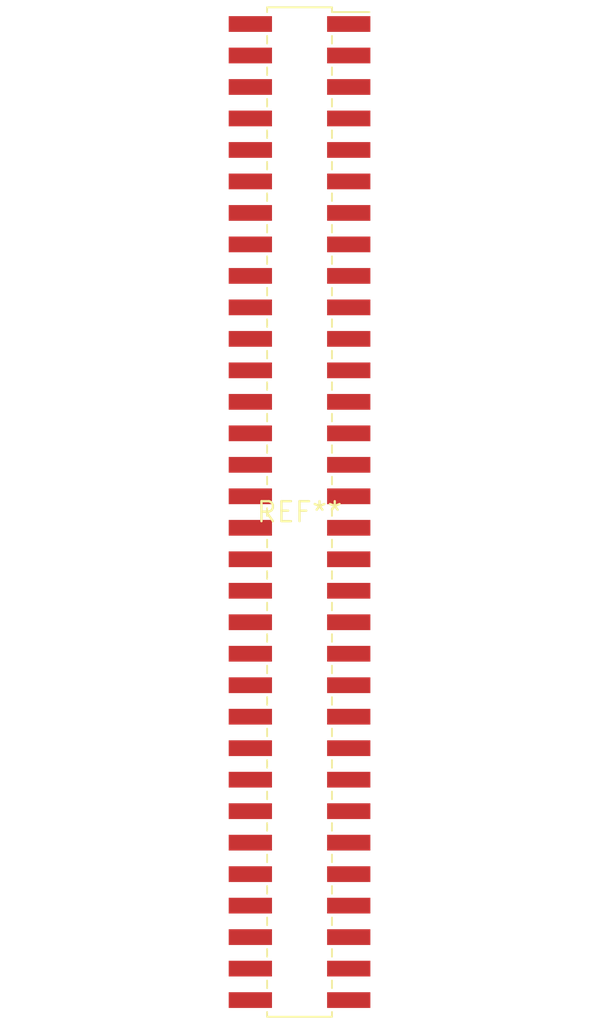
<source format=kicad_pcb>
(kicad_pcb (version 20240108) (generator pcbnew)
  (layers (0 "F.Cu" signal) (31 "B.Cu" signal) (34 "B.Paste" user) (35 "F.Paste" user) (36 "B.SilkS" user "B.Silkscreen") (37 "F.SilkS" user "F.Silkscreen") (38 "B.Mask" user) (39 "F.Mask" user) (44 "Edge.Cuts" user))
  (net 0 "")
  (footprint "PinSocket_2x32_P2.00mm_Vertical_SMD" (layer "F.Cu") (at 0 0)
    (property "Reference" "REF**")
    (property "Value" "PinSocket_2x32_P2.00mm_Vertical_SMD")
    (fp_line (start -2.06 -32.06) (end -2.06 -31.76) (layer "F.SilkS") (stroke (width 0.12)))
    (fp_line (start -2.06 -32.06) (end 2.06 -32.06) (layer "F.SilkS") (stroke (width 0.12)))
    (fp_line (start -2.06 -30.24) (end -2.06 -29.76) (layer "F.SilkS") (stroke (width 0.12)))
    (fp_line (start -2.06 -28.24) (end -2.06 -27.76) (layer "F.SilkS") (stroke (width 0.12)))
    (fp_line (start -2.06 -26.24) (end -2.06 -25.76) (layer "F.SilkS") (stroke (width 0.12)))
    (fp_line (start -2.06 -24.24) (end -2.06 -23.76) (layer "F.SilkS") (stroke (width 0.12)))
    (fp_line (start -2.06 -22.24) (end -2.06 -21.76) (layer "F.SilkS") (stroke (width 0.12)))
    (fp_line (start -2.06 -20.24) (end -2.06 -19.76) (layer "F.SilkS") (stroke (width 0.12)))
    (fp_line (start -2.06 -18.24) (end -2.06 -17.76) (layer "F.SilkS") (stroke (width 0.12)))
    (fp_line (start -2.06 -16.24) (end -2.06 -15.76) (layer "F.SilkS") (stroke (width 0.12)))
    (fp_line (start -2.06 -14.24) (end -2.06 -13.76) (layer "F.SilkS") (stroke (width 0.12)))
    (fp_line (start -2.06 -12.24) (end -2.06 -11.76) (layer "F.SilkS") (stroke (width 0.12)))
    (fp_line (start -2.06 -10.24) (end -2.06 -9.76) (layer "F.SilkS") (stroke (width 0.12)))
    (fp_line (start -2.06 -8.24) (end -2.06 -7.76) (layer "F.SilkS") (stroke (width 0.12)))
    (fp_line (start -2.06 -6.24) (end -2.06 -5.76) (layer "F.SilkS") (stroke (width 0.12)))
    (fp_line (start -2.06 -4.24) (end -2.06 -3.76) (layer "F.SilkS") (stroke (width 0.12)))
    (fp_line (start -2.06 -2.24) (end -2.06 -1.76) (layer "F.SilkS") (stroke (width 0.12)))
    (fp_line (start -2.06 -0.24) (end -2.06 0.24) (layer "F.SilkS") (stroke (width 0.12)))
    (fp_line (start -2.06 1.76) (end -2.06 2.24) (layer "F.SilkS") (stroke (width 0.12)))
    (fp_line (start -2.06 3.76) (end -2.06 4.24) (layer "F.SilkS") (stroke (width 0.12)))
    (fp_line (start -2.06 5.76) (end -2.06 6.24) (layer "F.SilkS") (stroke (width 0.12)))
    (fp_line (start -2.06 7.76) (end -2.06 8.24) (layer "F.SilkS") (stroke (width 0.12)))
    (fp_line (start -2.06 9.76) (end -2.06 10.24) (layer "F.SilkS") (stroke (width 0.12)))
    (fp_line (start -2.06 11.76) (end -2.06 12.24) (layer "F.SilkS") (stroke (width 0.12)))
    (fp_line (start -2.06 13.76) (end -2.06 14.24) (layer "F.SilkS") (stroke (width 0.12)))
    (fp_line (start -2.06 15.76) (end -2.06 16.24) (layer "F.SilkS") (stroke (width 0.12)))
    (fp_line (start -2.06 17.76) (end -2.06 18.24) (layer "F.SilkS") (stroke (width 0.12)))
    (fp_line (start -2.06 19.76) (end -2.06 20.24) (layer "F.SilkS") (stroke (width 0.12)))
    (fp_line (start -2.06 21.76) (end -2.06 22.24) (layer "F.SilkS") (stroke (width 0.12)))
    (fp_line (start -2.06 23.76) (end -2.06 24.24) (layer "F.SilkS") (stroke (width 0.12)))
    (fp_line (start -2.06 25.76) (end -2.06 26.24) (layer "F.SilkS") (stroke (width 0.12)))
    (fp_line (start -2.06 27.76) (end -2.06 28.24) (layer "F.SilkS") (stroke (width 0.12)))
    (fp_line (start -2.06 29.76) (end -2.06 30.24) (layer "F.SilkS") (stroke (width 0.12)))
    (fp_line (start -2.06 31.76) (end -2.06 32.06) (layer "F.SilkS") (stroke (width 0.12)))
    (fp_line (start -2.06 32.06) (end 2.06 32.06) (layer "F.SilkS") (stroke (width 0.12)))
    (fp_line (start 2.06 -32.06) (end 2.06 -31.76) (layer "F.SilkS") (stroke (width 0.12)))
    (fp_line (start 2.06 -31.76) (end 4.44 -31.76) (layer "F.SilkS") (stroke (width 0.12)))
    (fp_line (start 2.06 -30.24) (end 2.06 -29.76) (layer "F.SilkS") (stroke (width 0.12)))
    (fp_line (start 2.06 -28.24) (end 2.06 -27.76) (layer "F.SilkS") (stroke (width 0.12)))
    (fp_line (start 2.06 -26.24) (end 2.06 -25.76) (layer "F.SilkS") (stroke (width 0.12)))
    (fp_line (start 2.06 -24.24) (end 2.06 -23.76) (layer "F.SilkS") (stroke (width 0.12)))
    (fp_line (start 2.06 -22.24) (end 2.06 -21.76) (layer "F.SilkS") (stroke (width 0.12)))
    (fp_line (start 2.06 -20.24) (end 2.06 -19.76) (layer "F.SilkS") (stroke (width 0.12)))
    (fp_line (start 2.06 -18.24) (end 2.06 -17.76) (layer "F.SilkS") (stroke (width 0.12)))
    (fp_line (start 2.06 -16.24) (end 2.06 -15.76) (layer "F.SilkS") (stroke (width 0.12)))
    (fp_line (start 2.06 -14.24) (end 2.06 -13.76) (layer "F.SilkS") (stroke (width 0.12)))
    (fp_line (start 2.06 -12.24) (end 2.06 -11.76) (layer "F.SilkS") (stroke (width 0.12)))
    (fp_line (start 2.06 -10.24) (end 2.06 -9.76) (layer "F.SilkS") (stroke (width 0.12)))
    (fp_line (start 2.06 -8.24) (end 2.06 -7.76) (layer "F.SilkS") (stroke (width 0.12)))
    (fp_line (start 2.06 -6.24) (end 2.06 -5.76) (layer "F.SilkS") (stroke (width 0.12)))
    (fp_line (start 2.06 -4.24) (end 2.06 -3.76) (layer "F.SilkS") (stroke (width 0.12)))
    (fp_line (start 2.06 -2.24) (end 2.06 -1.76) (layer "F.SilkS") (stroke (width 0.12)))
    (fp_line (start 2.06 -0.24) (end 2.06 0.24) (layer "F.SilkS") (stroke (width 0.12)))
    (fp_line (start 2.06 1.76) (end 2.06 2.24) (layer "F.SilkS") (stroke (width 0.12)))
    (fp_line (start 2.06 3.76) (end 2.06 4.24) (layer "F.SilkS") (stroke (width 0.12)))
    (fp_line (start 2.06 5.76) (end 2.06 6.24) (layer "F.SilkS") (stroke (width 0.12)))
    (fp_line (start 2.06 7.76) (end 2.06 8.24) (layer "F.SilkS") (stroke (width 0.12)))
    (fp_line (start 2.06 9.76) (end 2.06 10.24) (layer "F.SilkS") (stroke (width 0.12)))
    (fp_line (start 2.06 11.76) (end 2.06 12.24) (layer "F.SilkS") (stroke (width 0.12)))
    (fp_line (start 2.06 13.76) (end 2.06 14.24) (layer "F.SilkS") (stroke (width 0.12)))
    (fp_line (start 2.06 15.76) (end 2.06 16.24) (layer "F.SilkS") (stroke (width 0.12)))
    (fp_line (start 2.06 17.76) (end 2.06 18.24) (layer "F.SilkS") (stroke (width 0.12)))
    (fp_line (start 2.06 19.76) (end 2.06 20.24) (layer "F.SilkS") (stroke (width 0.12)))
    (fp_line (start 2.06 21.76) (end 2.06 22.24) (layer "F.SilkS") (stroke (width 0.12)))
    (fp_line (start 2.06 23.76) (end 2.06 24.24) (layer "F.SilkS") (stroke (width 0.12)))
    (fp_line (start 2.06 25.76) (end 2.06 26.24) (layer "F.SilkS") (stroke (width 0.12)))
    (fp_line (start 2.06 27.76) (end 2.06 28.24) (layer "F.SilkS") (stroke (width 0.12)))
    (fp_line (start 2.06 29.76) (end 2.06 30.24) (layer "F.SilkS") (stroke (width 0.12)))
    (fp_line (start 2.06 31.76) (end 2.06 32.06) (layer "F.SilkS") (stroke (width 0.12)))
    (pad "1" smd rect (at 3.125 -31) (size 2.75 1) (layers "F.Cu" "F.Paste" "F.Mask"))
    (pad "2" smd rect (at -3.125 -31) (size 2.75 1) (layers "F.Cu" "F.Paste" "F.Mask"))
    (pad "3" smd rect (at 3.125 -29) (size 2.75 1) (layers "F.Cu" "F.Paste" "F.Mask"))
    (pad "4" smd rect (at -3.125 -29) (size 2.75 1) (layers "F.Cu" "F.Paste" "F.Mask"))
    (pad "5" smd rect (at 3.125 -27) (size 2.75 1) (layers "F.Cu" "F.Paste" "F.Mask"))
    (pad "6" smd rect (at -3.125 -27) (size 2.75 1) (layers "F.Cu" "F.Paste" "F.Mask"))
    (pad "7" smd rect (at 3.125 -25) (size 2.75 1) (layers "F.Cu" "F.Paste" "F.Mask"))
    (pad "8" smd rect (at -3.125 -25) (size 2.75 1) (layers "F.Cu" "F.Paste" "F.Mask"))
    (pad "9" smd rect (at 3.125 -23) (size 2.75 1) (layers "F.Cu" "F.Paste" "F.Mask"))
    (pad "10" smd rect (at -3.125 -23) (size 2.75 1) (layers "F.Cu" "F.Paste" "F.Mask"))
    (pad "11" smd rect (at 3.125 -21) (size 2.75 1) (layers "F.Cu" "F.Paste" "F.Mask"))
    (pad "12" smd rect (at -3.125 -21) (size 2.75 1) (layers "F.Cu" "F.Paste" "F.Mask"))
    (pad "13" smd rect (at 3.125 -19) (size 2.75 1) (layers "F.Cu" "F.Paste" "F.Mask"))
    (pad "14" smd rect (at -3.125 -19) (size 2.75 1) (layers "F.Cu" "F.Paste" "F.Mask"))
    (pad "15" smd rect (at 3.125 -17) (size 2.75 1) (layers "F.Cu" "F.Paste" "F.Mask"))
    (pad "16" smd rect (at -3.125 -17) (size 2.75 1) (layers "F.Cu" "F.Paste" "F.Mask"))
    (pad "17" smd rect (at 3.125 -15) (size 2.75 1) (layers "F.Cu" "F.Paste" "F.Mask"))
    (pad "18" smd rect (at -3.125 -15) (size 2.75 1) (layers "F.Cu" "F.Paste" "F.Mask"))
    (pad "19" smd rect (at 3.125 -13) (size 2.75 1) (layers "F.Cu" "F.Paste" "F.Mask"))
    (pad "20" smd rect (at -3.125 -13) (size 2.75 1) (layers "F.Cu" "F.Paste" "F.Mask"))
    (pad "21" smd rect (at 3.125 -11) (size 2.75 1) (layers "F.Cu" "F.Paste" "F.Mask"))
    (pad "22" smd rect (at -3.125 -11) (size 2.75 1) (layers "F.Cu" "F.Paste" "F.Mask"))
    (pad "23" smd rect (at 3.125 -9) (size 2.75 1) (layers "F.Cu" "F.Paste" "F.Mask"))
    (pad "24" smd rect (at -3.125 -9) (size 2.75 1) (layers "F.Cu" "F.Paste" "F.Mask"))
    (pad "25" smd rect (at 3.125 -7) (size 2.75 1) (layers "F.Cu" "F.Paste" "F.Mask"))
    (pad "26" smd rect (at -3.125 -7) (size 2.75 1) (layers "F.Cu" "F.Paste" "F.Mask"))
    (pad "27" smd rect (at 3.125 -5) (size 2.75 1) (layers "F.Cu" "F.Paste" "F.Mask"))
    (pad "28" smd rect (at -3.125 -5) (size 2.75 1) (layers "F.Cu" "F.Paste" "F.Mask"))
    (pad "29" smd rect (at 3.125 -3) (size 2.75 1) (layers "F.Cu" "F.Paste" "F.Mask"))
    (pad "30" smd rect (at -3.125 -3) (size 2.75 1) (layers "F.Cu" "F.Paste" "F.Mask"))
    (pad "31" smd rect (at 3.125 -1) (size 2.75 1) (layers "F.Cu" "F.Paste" "F.Mask"))
    (pad "32" smd rect (at -3.125 -1) (size 2.75 1) (layers "F.Cu" "F.Paste" "F.Mask"))
    (pad "33" smd rect (at 3.125 1) (size 2.75 1) (layers "F.Cu" "F.Paste" "F.Mask"))
    (pad "34" smd rect (at -3.125 1) (size 2.75 1) (layers "F.Cu" "F.Paste" "F.Mask"))
    (pad "35" smd rect (at 3.125 3) (size 2.75 1) (layers "F.Cu" "F.Paste" "F.Mask"))
    (pad "36" smd rect (at -3.125 3) (size 2.75 1) (layers "F.Cu" "F.Paste" "F.Mask"))
    (pad "37" smd rect (at 3.125 5) (size 2.75 1) (layers "F.Cu" "F.Paste" "F.Mask"))
    (pad "38" smd rect (at -3.125 5) (size 2.75 1) (layers "F.Cu" "F.Paste" "F.Mask"))
    (pad "39" smd rect (at 3.125 7) (size 2.75 1) (layers "F.Cu" "F.Paste" "F.Mask"))
    (pad "40" smd rect (at -3.125 7) (size 2.75 1) (layers "F.Cu" "F.Paste" "F.Mask"))
    (pad "41" smd rect (at 3.125 9) (size 2.75 1) (layers "F.Cu" "F.Paste" "F.Mask"))
    (pad "42" smd rect (at -3.125 9) (size 2.75 1) (layers "F.Cu" "F.Paste" "F.Mask"))
    (pad "43" smd rect (at 3.125 11) (size 2.75 1) (layers "F.Cu" "F.Paste" "F.Mask"))
    (pad "44" smd rect (at -3.125 11) (size 2.75 1) (layers "F.Cu" "F.Paste" "F.Mask"))
    (pad "45" smd rect (at 3.125 13) (size 2.75 1) (layers "F.Cu" "F.Paste" "F.Mask"))
    (pad "46" smd rect (at -3.125 13) (size 2.75 1) (layers "F.Cu" "F.Paste" "F.Mask"))
    (pad "47" smd rect (at 3.125 15) (size 2.75 1) (layers "F.Cu" "F.Paste" "F.Mask"))
    (pad "48" smd rect (at -3.125 15) (size 2.75 1) (layers "F.Cu" "F.Paste" "F.Mask"))
    (pad "49" smd rect (at 3.125 17) (size 2.75 1) (layers "F.Cu" "F.Paste" "F.Mask"))
    (pad "50" smd rect (at -3.125 17) (size 2.75 1) (layers "F.Cu" "F.Paste" "F.Mask"))
    (pad "51" smd rect (at 3.125 19) (size 2.75 1) (layers "F.Cu" "F.Paste" "F.Mask"))
    (pad "52" smd rect (at -3.125 19) (size 2.75 1) (layers "F.Cu" "F.Paste" "F.Mask"))
    (pad "53" smd rect (at 3.125 21) (size 2.75 1) (layers "F.Cu" "F.Paste" "F.Mask"))
    (pad "54" smd rect (at -3.125 21) (size 2.75 1) (layers "F.Cu" "F.Paste" "F.Mask"))
    (pad "55" smd rect (at 3.125 23) (size 2.75 1) (layers "F.Cu" "F.Paste" "F.Mask"))
    (pad "56" smd rect (at -3.125 23) (size 2.75 1) (layers "F.Cu" "F.Paste" "F.Mask"))
    (pad "57" smd rect (at 3.125 25) (size 2.75 1) (layers "F.Cu" "F.Paste" "F.Mask"))
    (pad "58" smd rect (at -3.125 25) (size 2.75 1) (layers "F.Cu" "F.Paste" "F.Mask"))
    (pad "59" smd rect (at 3.125 27) (size 2.75 1) (layers "F.Cu" "F.Paste" "F.Mask"))
    (pad "60" smd rect (at -3.125 27) (size 2.75 1) (layers "F.Cu" "F.Paste" "F.Mask"))
    (pad "61" smd rect (at 3.125 29) (size 2.75 1) (layers "F.Cu" "F.Paste" "F.Mask"))
    (pad "62" smd rect (at -3.125 29) (size 2.75 1) (layers "F.Cu" "F.Paste" "F.Mask"))
    (pad "63" smd rect (at 3.125 31) (size 2.75 1) (layers "F.Cu" "F.Paste" "F.Mask"))
    (pad "64" smd rect (at -3.125 31) (size 2.75 1) (layers "F.Cu" "F.Paste" "F.Mask"))
  )
)
</source>
